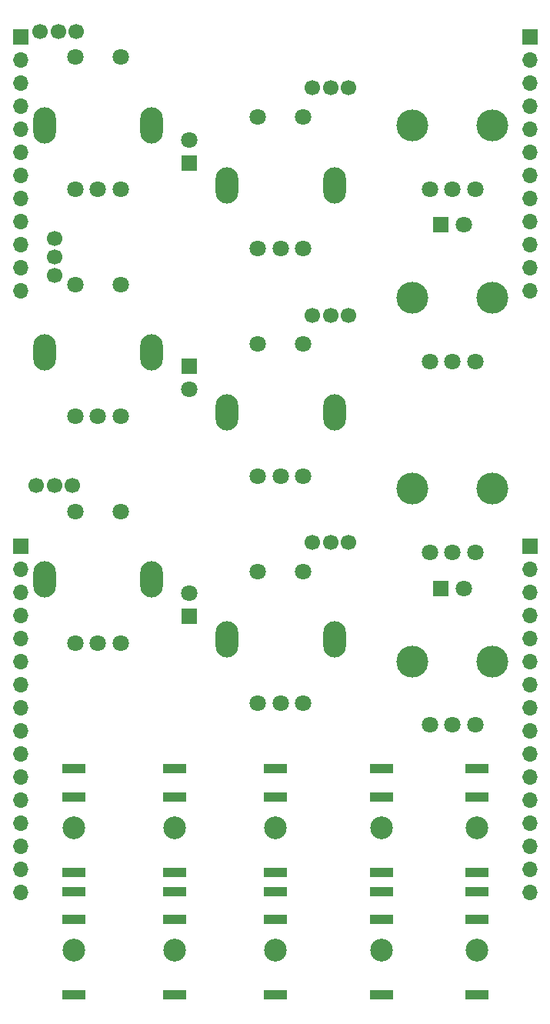
<source format=gbr>
%TF.GenerationSoftware,KiCad,Pcbnew,8.0.3*%
%TF.CreationDate,2024-06-18T15:35:08+01:00*%
%TF.ProjectId,Sinosaur_Controls,53696e6f-7361-4757-925f-436f6e74726f,rev?*%
%TF.SameCoordinates,Original*%
%TF.FileFunction,Soldermask,Top*%
%TF.FilePolarity,Negative*%
%FSLAX46Y46*%
G04 Gerber Fmt 4.6, Leading zero omitted, Abs format (unit mm)*
G04 Created by KiCad (PCBNEW 8.0.3) date 2024-06-18 15:35:08*
%MOMM*%
%LPD*%
G01*
G04 APERTURE LIST*
%ADD10O,2.500000X4.000000*%
%ADD11C,1.800000*%
%ADD12C,3.500000*%
%ADD13C,1.700000*%
%ADD14R,1.800000X1.800000*%
%ADD15C,2.500000*%
%ADD16R,2.500000X1.000000*%
%ADD17R,1.700000X1.700000*%
%ADD18O,1.700000X1.700000*%
G04 APERTURE END LIST*
D10*
%TO.C,Sine_Level3*%
X124700000Y-119300000D03*
X136500000Y-119300000D03*
D11*
X133100000Y-126300000D03*
X130600000Y-126300000D03*
X128100000Y-126300000D03*
X128100000Y-111800000D03*
X133100000Y-111800000D03*
%TD*%
D10*
%TO.C,Sine_Level1*%
X124700000Y-69300000D03*
X136500000Y-69300000D03*
D11*
X133100000Y-76300000D03*
X130600000Y-76300000D03*
X128100000Y-76300000D03*
X128100000Y-61800000D03*
X133100000Y-61800000D03*
%TD*%
D10*
%TO.C,Sine_Rate2*%
X104600000Y-87700000D03*
X116400000Y-87700000D03*
D11*
X113000000Y-94700000D03*
X110500000Y-94700000D03*
X108000000Y-94700000D03*
X108000000Y-80200000D03*
X113000000Y-80200000D03*
%TD*%
D10*
%TO.C,Sine_Rate3*%
X104600000Y-112700000D03*
X116400000Y-112700000D03*
D11*
X113000000Y-119700000D03*
X110500000Y-119700000D03*
X108000000Y-119700000D03*
X108000000Y-105200000D03*
X113000000Y-105200000D03*
%TD*%
D10*
%TO.C,Sine_Level2*%
X124700000Y-94300000D03*
X136500000Y-94300000D03*
D11*
X133100000Y-101300000D03*
X130600000Y-101300000D03*
X128100000Y-101300000D03*
X128100000Y-86800000D03*
X133100000Y-86800000D03*
%TD*%
D10*
%TO.C,Sine_Rate1*%
X104600000Y-62700000D03*
X116400000Y-62700000D03*
D11*
X113000000Y-69700000D03*
X110500000Y-69700000D03*
X108000000Y-69700000D03*
X108000000Y-55200000D03*
X113000000Y-55200000D03*
%TD*%
D12*
%TO.C,Ramp_Rate_Pot1*%
X145100000Y-62700000D03*
X153900000Y-62700000D03*
D11*
X152000000Y-69700000D03*
X149500000Y-69700000D03*
X147000000Y-69700000D03*
%TD*%
D13*
%TO.C,D10*%
X107700001Y-102300000D03*
X105700000Y-102300000D03*
X103699999Y-102300000D03*
%TD*%
%TO.C,D8*%
X105700000Y-79200000D03*
X105700000Y-77200000D03*
X105700000Y-75200000D03*
%TD*%
D12*
%TO.C,Swell_Rate_Pot1*%
X145100000Y-102700000D03*
X153900000Y-102700000D03*
D11*
X152000000Y-109700000D03*
X149500000Y-109700000D03*
X147000000Y-109700000D03*
%TD*%
D14*
%TO.C,D1*%
X120500000Y-66870000D03*
D11*
X120500000Y-64330000D03*
%TD*%
D15*
%TO.C,J13*%
X152200000Y-153500000D03*
D16*
X152200000Y-147020000D03*
X152200000Y-150120000D03*
X152200000Y-158420000D03*
%TD*%
D13*
%TO.C,D9*%
X134100000Y-83600000D03*
X136100000Y-83600000D03*
X138100000Y-83600000D03*
%TD*%
%TO.C,D11*%
X134100000Y-108600000D03*
X136100000Y-108600000D03*
X138100000Y-108600000D03*
%TD*%
D15*
%TO.C,J10*%
X107800000Y-140000000D03*
D16*
X107800000Y-133520000D03*
X107800000Y-136620000D03*
X107800000Y-144920000D03*
%TD*%
D15*
%TO.C,J14*%
X141700000Y-140000000D03*
D16*
X141700000Y-133520000D03*
X141700000Y-136620000D03*
X141700000Y-144920000D03*
%TD*%
D14*
%TO.C,D4*%
X148230000Y-113700000D03*
D11*
X150770000Y-113700000D03*
%TD*%
D13*
%TO.C,D6*%
X108100001Y-52400000D03*
X106100000Y-52400000D03*
X104099999Y-52400000D03*
%TD*%
D14*
%TO.C,D3*%
X120500000Y-116770000D03*
D11*
X120500000Y-114230000D03*
%TD*%
D15*
%TO.C,J9*%
X152200000Y-140000000D03*
D16*
X152200000Y-133520000D03*
X152200000Y-136620000D03*
X152200000Y-144920000D03*
%TD*%
D15*
%TO.C,J6*%
X118900000Y-153500000D03*
D16*
X118900000Y-147020000D03*
X118900000Y-150120000D03*
X118900000Y-158420000D03*
%TD*%
D12*
%TO.C,Ramp_Level_Trm1*%
X145100000Y-81700000D03*
X153900000Y-81700000D03*
D11*
X152000000Y-88700000D03*
X149500000Y-88700000D03*
X147000000Y-88700000D03*
%TD*%
D13*
%TO.C,D7*%
X134100000Y-58600000D03*
X136100000Y-58600000D03*
X138100000Y-58600000D03*
%TD*%
D15*
%TO.C,J5*%
X107800000Y-153500000D03*
D16*
X107800000Y-147020000D03*
X107800000Y-150120000D03*
X107800000Y-158420000D03*
%TD*%
D15*
%TO.C,J7*%
X130000000Y-153500000D03*
D16*
X130000000Y-147020000D03*
X130000000Y-150120000D03*
X130000000Y-158420000D03*
%TD*%
D15*
%TO.C,J8*%
X141700000Y-153500000D03*
D16*
X141700000Y-147020000D03*
X141700000Y-150120000D03*
X141700000Y-158420000D03*
%TD*%
D14*
%TO.C,D5*%
X148230000Y-73600000D03*
D11*
X150770000Y-73600000D03*
%TD*%
D12*
%TO.C,Swell_LeveL_Trm1*%
X145100000Y-121700000D03*
X153900000Y-121700000D03*
D11*
X152000000Y-128700000D03*
X149500000Y-128700000D03*
X147000000Y-128700000D03*
%TD*%
D14*
%TO.C,D2*%
X120500000Y-89230000D03*
D11*
X120500000Y-91770000D03*
%TD*%
D15*
%TO.C,J11*%
X118900000Y-140000000D03*
D16*
X118900000Y-133520000D03*
X118900000Y-136620000D03*
X118900000Y-144920000D03*
%TD*%
D15*
%TO.C,J12*%
X130000000Y-140000000D03*
D16*
X130000000Y-133520000D03*
X130000000Y-136620000D03*
X130000000Y-144920000D03*
%TD*%
D17*
%TO.C,J3*%
X158000000Y-109000000D03*
D18*
X158000000Y-111540000D03*
X158000000Y-114080000D03*
X158000000Y-116620000D03*
X158000000Y-119160000D03*
X158000000Y-121700000D03*
X158000000Y-124240000D03*
X158000000Y-126780000D03*
X158000000Y-129320000D03*
X158000000Y-131860000D03*
X158000000Y-134400000D03*
X158000000Y-136940000D03*
X158000000Y-139480000D03*
X158000000Y-142020000D03*
X158000000Y-144560000D03*
X158000000Y-147100000D03*
%TD*%
D17*
%TO.C,J1*%
X158000000Y-53000000D03*
D18*
X158000000Y-55540000D03*
X158000000Y-58080000D03*
X158000000Y-60620000D03*
X158000000Y-63160000D03*
X158000000Y-65700000D03*
X158000000Y-68240000D03*
X158000000Y-70780000D03*
X158000000Y-73320000D03*
X158000000Y-75860000D03*
X158000000Y-78400000D03*
X158000000Y-80940000D03*
%TD*%
D17*
%TO.C,J4*%
X102000000Y-109000000D03*
D18*
X102000000Y-111540000D03*
X102000000Y-114080000D03*
X102000000Y-116620000D03*
X102000000Y-119160000D03*
X102000000Y-121700000D03*
X102000000Y-124240000D03*
X102000000Y-126780000D03*
X102000000Y-129320000D03*
X102000000Y-131860000D03*
X102000000Y-134400000D03*
X102000000Y-136940000D03*
X102000000Y-139480000D03*
X102000000Y-142020000D03*
X102000000Y-144560000D03*
X102000000Y-147100000D03*
%TD*%
D17*
%TO.C,J2*%
X102000000Y-53000000D03*
D18*
X102000000Y-55540000D03*
X102000000Y-58080000D03*
X102000000Y-60620000D03*
X102000000Y-63160000D03*
X102000000Y-65700000D03*
X102000000Y-68240000D03*
X102000000Y-70780000D03*
X102000000Y-73320000D03*
X102000000Y-75860000D03*
X102000000Y-78400000D03*
X102000000Y-80940000D03*
%TD*%
M02*

</source>
